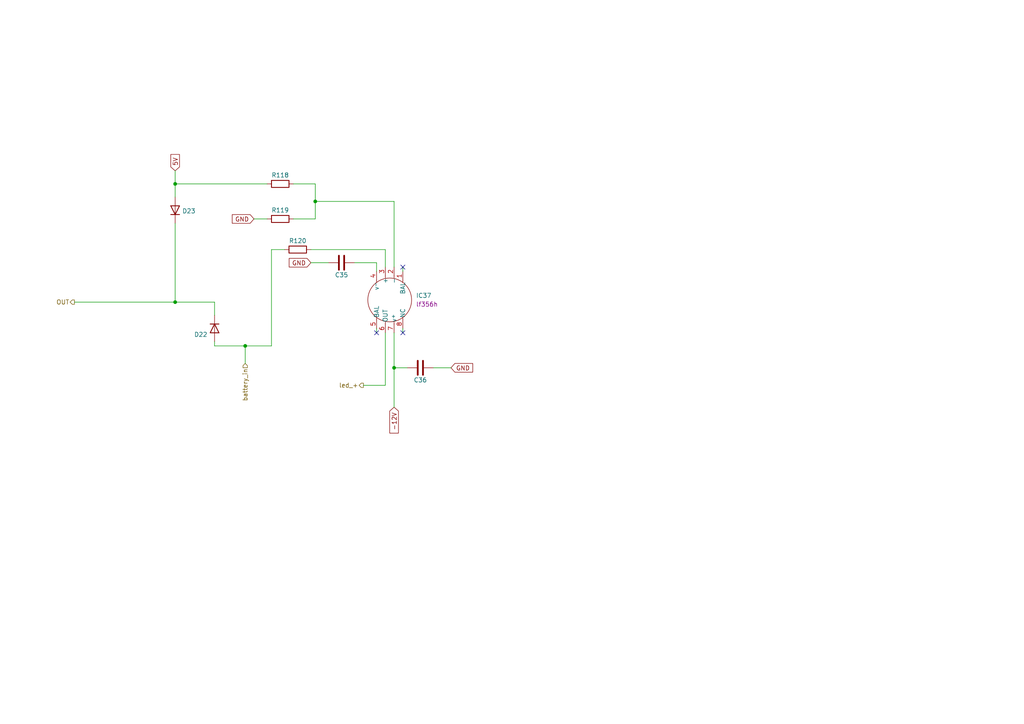
<source format=kicad_sch>
(kicad_sch (version 20250114) (generator "eeschema") (generator_version "9.0")
  (paper "A4")
  (lib_symbols
    (symbol "Device:C" (pin_numbers (hide yes)) (pin_names (offset 0.254))
      (property "Reference" "C" (at 0.635 2.54 0))
      (property "Value" "C" (at 0.635 -2.54 0))
      (symbol "C_0_1"
        (polyline (pts (xy -2.032 0.762) (xy 2.032 0.762)) (stroke (width 0.508)))
        (polyline (pts (xy -2.032 -0.762) (xy 2.032 -0.762)) (stroke (width 0.508)))
      )
      (symbol "C_1_1"
        (pin passive line (at 0 3.81 270) (length 2.794) (name "~") (number "1"))
        (pin passive line (at 0 -3.81 90) (length 2.794) (name "~") (number "2"))
      )
    )
    (symbol "Device:D" (pin_numbers (hide yes)) (pin_names (offset 1.016) (hide yes))
      (property "Reference" "D" (at 0 2.54 0))
      (property "Value" "D" (at 0 -2.54 0))
      (symbol "D_0_1"
        (polyline (pts (xy -1.27 1.27) (xy -1.27 -1.27)) (stroke (width 0.254)))
        (polyline (pts (xy 1.27 1.27) (xy 1.27 -1.27) (xy -1.27 0) (xy 1.27 1.27)) (stroke (width 0.254)))
        (polyline (pts (xy 1.27 0) (xy -1.27 0)))
      )
      (symbol "D_1_1"
        (pin passive line (at -3.81 0 0) (length 2.54) (name "K") (number "1"))
        (pin passive line (at 3.81 0 180) (length 2.54) (name "A") (number "2"))
      )
    )
    (symbol "Device:R" (pin_numbers (hide yes)) (pin_names (offset 0))
      (property "Reference" "R" (at 2.032 0 90))
      (property "Value" "R" (at 0 0 90))
      (symbol "R_0_1"
        (rectangle (start -1.016 -2.54) (end 1.016 2.54) (stroke (width 0.254)))
      )
      (symbol "R_1_1"
        (pin passive line (at 0 3.81 270) (length 1.27) (name "~") (number "1"))
        (pin passive line (at 0 -3.81 90) (length 1.27) (name "~") (number "2"))
      )
    )
    (symbol "omg_1000:lf356h"
      (property "Reference" "IC" (at 0.762 5.08 0))
      (property "Description" "lf356h" (at 2.794 0.508 0))
      (symbol "lf356h_0_1"
        (polyline (pts (xy -10.16 15.24) (xy -10.16 14.605)))
        (polyline (pts (xy -10.16 4.445) (xy -10.16 3.81)))
        (polyline (pts (xy -7.62 16.51) (xy -7.62 16.51)))
        (polyline (pts (xy -7.62 16.51) (xy -7.62 15.875)))
        (polyline (pts (xy -7.62 3.175) (xy -7.62 2.54)))
        (circle (center -6.35 9.525) (radius 6.35))
        (polyline (pts (xy -5.08 16.51) (xy -5.08 16.51)))
        (polyline (pts (xy -5.08 16.51) (xy -5.08 15.875)))
        (polyline (pts (xy -5.08 3.175) (xy -5.08 2.54)))
        (polyline (pts (xy -2.54 15.24) (xy -2.54 15.24)))
        (polyline (pts (xy -2.54 15.24) (xy -2.54 14.605)))
        (polyline (pts (xy -2.54 4.445) (xy -2.54 3.81)))
      )
      (symbol "lf356h_1_1"
        (pin input line (at -10.16 17.78 270) (length 2.54) (name "NC") (number "8"))
        (pin input line (at -10.16 1.27 90) (length 2.54) (name "BAL") (number "1"))
        (pin input line (at -7.62 19.05 270) (length 2.54) (name "v^{+}") (number "7"))
        (pin input line (at -7.62 0 90) (length 2.54) (name "-") (number "2"))
        (pin input line (at -5.08 19.05 270) (length 2.54) (name "OUT") (number "6"))
        (pin input line (at -5.08 0 90) (length 2.54) (name "+") (number "3"))
        (pin input line (at -2.54 17.78 270) (length 2.54) (name "BAL") (number "5"))
        (pin input line (at -2.54 1.27 90) (length 2.54) (name "v^{-}") (number "4"))
      )
    )
  )
  (junction (at 114.3 106.68))
  (junction (at 91.44 58.42))
  (junction (at 71.12 100.33))
  (junction (at 50.8 87.63))
  (junction (at 50.8 53.34))
  (no_connect (at 109.22 96.52))
  (no_connect (at 116.84 77.47))
  (no_connect (at 116.84 96.52))
  (wire (pts (xy 111.76 111.76) (xy 111.76 96.52)))
  (wire (pts (xy 50.8 49.53) (xy 50.8 53.34)))
  (wire (pts (xy 90.17 76.2) (xy 95.25 76.2)))
  (wire (pts (xy 114.3 58.42) (xy 91.44 58.42)))
  (wire (pts (xy 62.23 91.44) (xy 62.23 87.63)))
  (wire (pts (xy 50.8 64.77) (xy 50.8 87.63)))
  (wire (pts (xy 85.09 53.34) (xy 91.44 53.34)))
  (wire (pts (xy 21.59 87.63) (xy 50.8 87.63)))
  (wire (pts (xy 62.23 100.33) (xy 62.23 99.06)))
  (wire (pts (xy 114.3 106.68) (xy 114.3 118.11)))
  (wire (pts (xy 71.12 100.33) (xy 62.23 100.33)))
  (wire (pts (xy 109.22 95.25) (xy 109.22 96.52)))
  (wire (pts (xy 50.8 53.34) (xy 50.8 57.15)))
  (wire (pts (xy 109.22 76.2) (xy 102.87 76.2)))
  (wire (pts (xy 91.44 53.34) (xy 91.44 58.42)))
  (wire (pts (xy 78.74 72.39) (xy 78.74 100.33)))
  (wire (pts (xy 50.8 53.34) (xy 77.47 53.34)))
  (wire (pts (xy 116.84 77.47) (xy 116.84 78.74)))
  (wire (pts (xy 116.84 95.25) (xy 116.84 96.52)))
  (wire (pts (xy 114.3 77.47) (xy 114.3 58.42)))
  (wire (pts (xy 71.12 105.41) (xy 71.12 100.33)))
  (wire (pts (xy 91.44 58.42) (xy 91.44 63.5)))
  (wire (pts (xy 91.44 63.5) (xy 85.09 63.5)))
  (wire (pts (xy 73.66 63.5) (xy 77.47 63.5)))
  (wire (pts (xy 90.17 72.39) (xy 111.76 72.39)))
  (wire (pts (xy 111.76 77.47) (xy 111.76 72.39)))
  (wire (pts (xy 50.8 87.63) (xy 62.23 87.63)))
  (wire (pts (xy 82.55 72.39) (xy 78.74 72.39)))
  (wire (pts (xy 118.11 106.68) (xy 114.3 106.68)))
  (wire (pts (xy 130.81 106.68) (xy 125.73 106.68)))
  (wire (pts (xy 109.22 76.2) (xy 109.22 78.74)))
  (wire (pts (xy 114.3 96.52) (xy 114.3 106.68)))
  (wire (pts (xy 105.41 111.76) (xy 111.76 111.76)))
  (wire (pts (xy 78.74 100.33) (xy 71.12 100.33)))
  (global_label "GND" (shape input) (at 73.66 63.5 180) (property "Intersheetrefs" "${INTERSHEET_REFS}" (effects (hide yes))))
  (global_label "GND" (shape input) (at 130.81 106.68 0) (property "Intersheetrefs" "${INTERSHEET_REFS}" (effects (hide yes))))
  (global_label "5V" (shape input) (at 50.8 49.53 90) (property "Intersheetrefs" "${INTERSHEET_REFS}" (effects (hide yes))))
  (global_label "-12V" (shape input) (at 114.3 118.11 270) (property "Intersheetrefs" "${INTERSHEET_REFS}" (effects (hide yes))))
  (global_label "GND" (shape input) (at 90.17 76.2 180) (property "Intersheetrefs" "${INTERSHEET_REFS}" (effects (hide yes))))
  (hierarchical_label "battery_in" (shape input) (at 71.12 105.41 270))
  (hierarchical_label "OUT" (shape output) (at 21.59 87.63 180))
  (hierarchical_label "led_+" (shape output) (at 105.41 111.76 180))
  (symbol (lib_id "Device:D") (at 50.8 60.96 90) (unit 1)
    (property "Reference" "D23" (at 52.832 61.214 90) (effects (justify right)))
    (property "Value" "D" (effects (hide yes)))
    (property "Description" "Diode" (effects (hide yes)))
    (property "Sim.Device" "D" (effects (hide yes)))
    (property "Sim.Pins" "1=K 2=A" (effects (hide yes)))
  )
  (symbol (lib_id "Device:C") (at 99.06 76.2 90) (unit 1)
    (property "Reference" "C35" (at 99.06 79.756 90))
    (property "Value" "C" (effects (hide yes)))
    (property "Description" "Unpolarized capacitor" (effects (hide yes)))
  )
  (symbol (lib_id "Device:R") (at 81.28 53.34 90) (unit 1)
    (property "Reference" "R118" (at 81.28 50.8 90))
    (property "Value" "R" (effects (hide yes)))
    (property "Description" "Resistor" (effects (hide yes)))
  )
  (symbol (lib_id "Device:R") (at 86.36 72.39 90) (unit 1)
    (property "Reference" "R120" (at 86.36 69.85 90))
    (property "Value" "R" (effects (hide yes)))
    (property "Description" "Resistor" (effects (hide yes)))
  )
  (symbol (lib_id "omg_1000:lf356h") (at 106.68 77.47 180) (unit 1)
    (property "Reference" "IC37" (at 120.65 85.7249 0) (effects (justify right)))
    (property "Description" "lf356h" (at 120.65 88.2649 0) (effects (justify right)))
  )
  (symbol (lib_id "Device:R") (at 81.28 63.5 90) (unit 1)
    (property "Reference" "R119" (at 81.28 60.96 90))
    (property "Value" "R" (effects (hide yes)))
    (property "Description" "Resistor" (effects (hide yes)))
  )
  (symbol (lib_id "Device:C") (at 121.92 106.68 90) (unit 1)
    (property "Reference" "C36" (at 121.92 110.236 90))
    (property "Value" "C" (effects (hide yes)))
    (property "Description" "Unpolarized capacitor" (effects (hide yes)))
  )
  (symbol (lib_id "Device:D") (at 62.23 95.25 270) (unit 1)
    (property "Reference" "D22" (at 60.198 97.028 90) (effects (justify right)))
    (property "Value" "D" (effects (hide yes)))
    (property "Description" "Diode" (effects (hide yes)))
    (property "Sim.Device" "D" (effects (hide yes)))
    (property "Sim.Pins" "1=K 2=A" (effects (hide yes)))
  )
)
</source>
